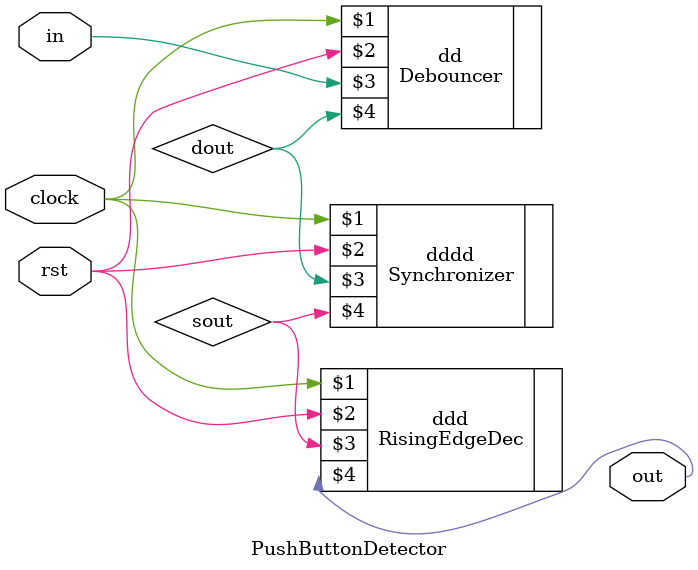
<source format=v>
`timescale 1ns / 1ps
    module PushButtonDetector(input clock, rst, in, output out);
//    wire clock,dout,sout;
    wire dout, sout;
//    ClockDivider #(500000) d (clk,rst,clock);
    Debouncer dd(clock,rst,in,dout);
    Synchronizer dddd(clock,rst,dout,sout);
    RisingEdgeDec ddd(clock, rst, sout, out);
    
    endmodule

//module PushButtonDetector(input clk, rst, in, output out);
//    wire clk_out, db_out, sch_out;
  
//    ClockDivider #(500000) ck(clk, rst, clk_out);  
//    DeBouncer deb(clk_out, rst, in, db_out);
//    Synchronizer syn(clk_out, rst, db_out, sch_out);
//    RisingEdgeDetector rising(clk_out, rst, sch_out, out);  

//endmodule

</source>
